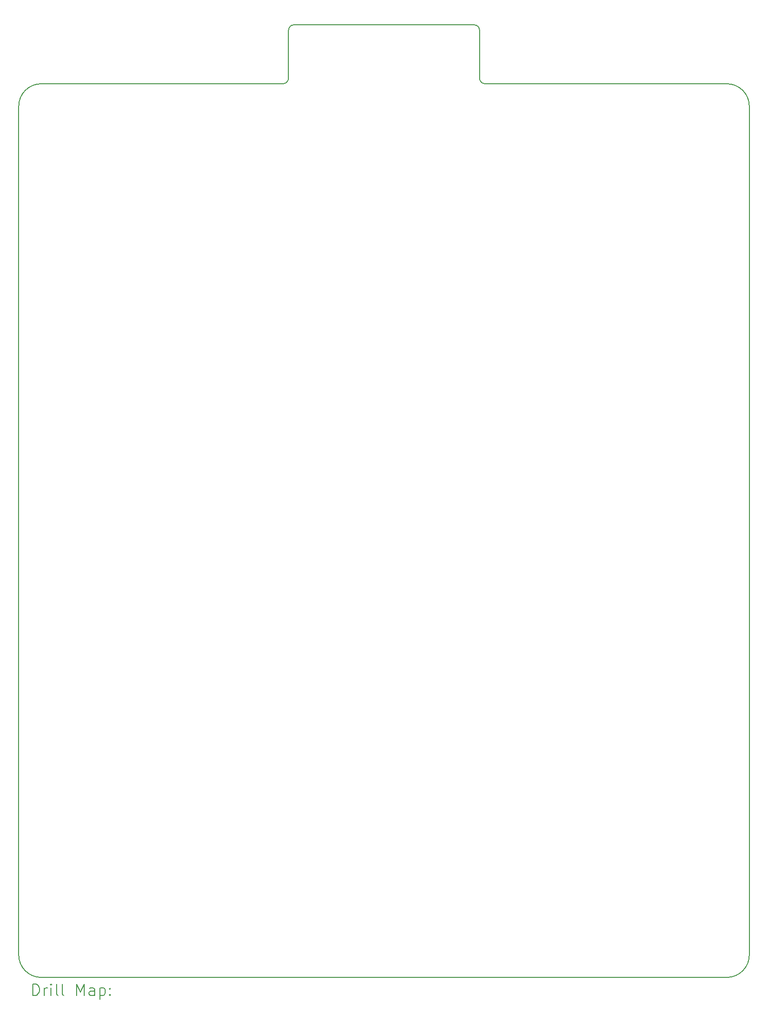
<source format=gbr>
%TF.GenerationSoftware,KiCad,Pcbnew,9.0.1-rc2*%
%TF.CreationDate,2025-11-09T14:34:19-08:00*%
%TF.ProjectId,bsl_array_v1,62736c5f-6172-4726-9179-5f76312e6b69,2*%
%TF.SameCoordinates,Original*%
%TF.FileFunction,Drillmap*%
%TF.FilePolarity,Positive*%
%FSLAX45Y45*%
G04 Gerber Fmt 4.5, Leading zero omitted, Abs format (unit mm)*
G04 Created by KiCad (PCBNEW 9.0.1-rc2) date 2025-11-09 14:34:19*
%MOMM*%
%LPD*%
G01*
G04 APERTURE LIST*
%ADD10C,0.150000*%
%ADD11C,0.200000*%
G04 APERTURE END LIST*
D10*
X10900000Y-2800000D02*
G75*
G02*
X10800000Y-2700000I0J100000D01*
G01*
X7400000Y-1850000D02*
G75*
G02*
X7500000Y-1750000I100000J0D01*
G01*
X15200000Y-18700000D02*
X3000000Y-18700000D01*
X10900000Y-2800000D02*
X15200000Y-2800000D01*
X7400000Y-2700000D02*
X7400000Y-1850000D01*
X10700000Y-1750000D02*
G75*
G02*
X10800000Y-1850000I0J-100000D01*
G01*
X15600000Y-18300000D02*
G75*
G02*
X15200000Y-18700000I-400000J0D01*
G01*
X15600000Y-3200000D02*
X15600000Y-18300000D01*
X3000000Y-18700000D02*
G75*
G02*
X2600000Y-18300000I0J400000D01*
G01*
X15200000Y-2800000D02*
G75*
G02*
X15600000Y-3200000I0J-400000D01*
G01*
X7400000Y-2700000D02*
G75*
G02*
X7300000Y-2800000I-100000J0D01*
G01*
X7300000Y-2800000D02*
X3000000Y-2800000D01*
X7500000Y-1750000D02*
X10700000Y-1750000D01*
X2600000Y-3200000D02*
G75*
G02*
X3000000Y-2800000I400000J0D01*
G01*
X10800000Y-1850000D02*
X10800000Y-2700000D01*
X2600000Y-18300000D02*
X2600000Y-3200000D01*
D11*
X2853277Y-19018984D02*
X2853277Y-18818984D01*
X2853277Y-18818984D02*
X2900896Y-18818984D01*
X2900896Y-18818984D02*
X2929467Y-18828508D01*
X2929467Y-18828508D02*
X2948515Y-18847555D01*
X2948515Y-18847555D02*
X2958039Y-18866603D01*
X2958039Y-18866603D02*
X2967562Y-18904698D01*
X2967562Y-18904698D02*
X2967562Y-18933270D01*
X2967562Y-18933270D02*
X2958039Y-18971365D01*
X2958039Y-18971365D02*
X2948515Y-18990412D01*
X2948515Y-18990412D02*
X2929467Y-19009460D01*
X2929467Y-19009460D02*
X2900896Y-19018984D01*
X2900896Y-19018984D02*
X2853277Y-19018984D01*
X3053277Y-19018984D02*
X3053277Y-18885650D01*
X3053277Y-18923746D02*
X3062801Y-18904698D01*
X3062801Y-18904698D02*
X3072324Y-18895174D01*
X3072324Y-18895174D02*
X3091372Y-18885650D01*
X3091372Y-18885650D02*
X3110420Y-18885650D01*
X3177086Y-19018984D02*
X3177086Y-18885650D01*
X3177086Y-18818984D02*
X3167562Y-18828508D01*
X3167562Y-18828508D02*
X3177086Y-18838031D01*
X3177086Y-18838031D02*
X3186610Y-18828508D01*
X3186610Y-18828508D02*
X3177086Y-18818984D01*
X3177086Y-18818984D02*
X3177086Y-18838031D01*
X3300896Y-19018984D02*
X3281848Y-19009460D01*
X3281848Y-19009460D02*
X3272324Y-18990412D01*
X3272324Y-18990412D02*
X3272324Y-18818984D01*
X3405658Y-19018984D02*
X3386610Y-19009460D01*
X3386610Y-19009460D02*
X3377086Y-18990412D01*
X3377086Y-18990412D02*
X3377086Y-18818984D01*
X3634229Y-19018984D02*
X3634229Y-18818984D01*
X3634229Y-18818984D02*
X3700896Y-18961841D01*
X3700896Y-18961841D02*
X3767562Y-18818984D01*
X3767562Y-18818984D02*
X3767562Y-19018984D01*
X3948515Y-19018984D02*
X3948515Y-18914222D01*
X3948515Y-18914222D02*
X3938991Y-18895174D01*
X3938991Y-18895174D02*
X3919943Y-18885650D01*
X3919943Y-18885650D02*
X3881848Y-18885650D01*
X3881848Y-18885650D02*
X3862801Y-18895174D01*
X3948515Y-19009460D02*
X3929467Y-19018984D01*
X3929467Y-19018984D02*
X3881848Y-19018984D01*
X3881848Y-19018984D02*
X3862801Y-19009460D01*
X3862801Y-19009460D02*
X3853277Y-18990412D01*
X3853277Y-18990412D02*
X3853277Y-18971365D01*
X3853277Y-18971365D02*
X3862801Y-18952317D01*
X3862801Y-18952317D02*
X3881848Y-18942793D01*
X3881848Y-18942793D02*
X3929467Y-18942793D01*
X3929467Y-18942793D02*
X3948515Y-18933270D01*
X4043753Y-18885650D02*
X4043753Y-19085650D01*
X4043753Y-18895174D02*
X4062801Y-18885650D01*
X4062801Y-18885650D02*
X4100896Y-18885650D01*
X4100896Y-18885650D02*
X4119943Y-18895174D01*
X4119943Y-18895174D02*
X4129467Y-18904698D01*
X4129467Y-18904698D02*
X4138991Y-18923746D01*
X4138991Y-18923746D02*
X4138991Y-18980889D01*
X4138991Y-18980889D02*
X4129467Y-18999936D01*
X4129467Y-18999936D02*
X4119943Y-19009460D01*
X4119943Y-19009460D02*
X4100896Y-19018984D01*
X4100896Y-19018984D02*
X4062801Y-19018984D01*
X4062801Y-19018984D02*
X4043753Y-19009460D01*
X4224705Y-18999936D02*
X4234229Y-19009460D01*
X4234229Y-19009460D02*
X4224705Y-19018984D01*
X4224705Y-19018984D02*
X4215182Y-19009460D01*
X4215182Y-19009460D02*
X4224705Y-18999936D01*
X4224705Y-18999936D02*
X4224705Y-19018984D01*
X4224705Y-18895174D02*
X4234229Y-18904698D01*
X4234229Y-18904698D02*
X4224705Y-18914222D01*
X4224705Y-18914222D02*
X4215182Y-18904698D01*
X4215182Y-18904698D02*
X4224705Y-18895174D01*
X4224705Y-18895174D02*
X4224705Y-18914222D01*
M02*

</source>
